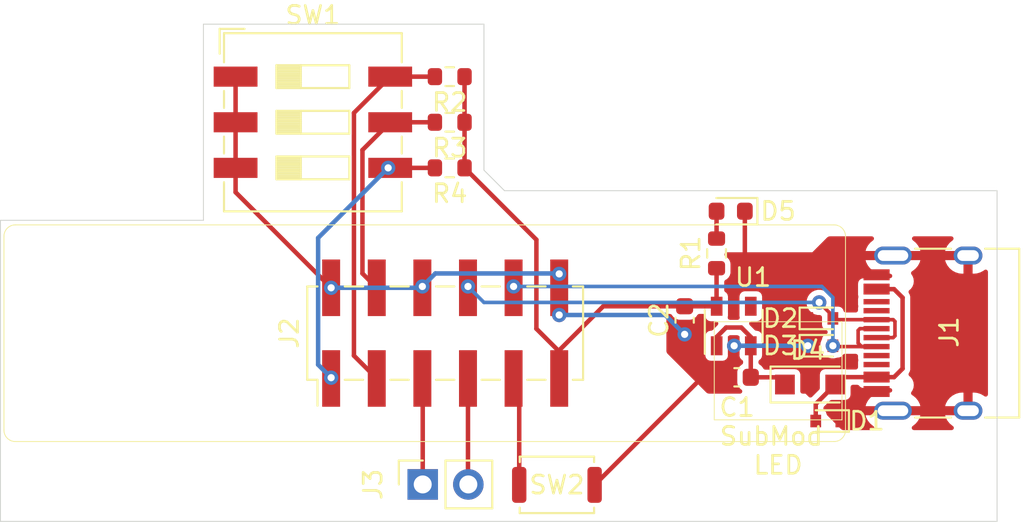
<source format=kicad_pcb>
(kicad_pcb (version 20210228) (generator pcbnew)
  (layers (0 "F.Cu" signal) (31 "B.Cu" signal) (34 "B.Paste" user) (35 "F.Paste" user) (36 "B.SilkS" user "B.Silkscreen") (37 "F.SilkS" user "F.Silkscreen") (38 "B.Mask" user) (39 "F.Mask" user) (44 "Edge.Cuts" user))
  (net 0 "")
  (net 1 "Net-(C1-Pad2)")
  (net 2 "GND")
  (net 3 "+3V3")
  (net 4 "VBUS")
  (net 5 "/D+")
  (net 6 "/D-")
  (net 7 "Net-(D5-Pad2)")
  (net 8 "/RESET")
  (net 9 "/SM_I2C_SCL")
  (net 10 "/SM_I2C_SDA")
  (net 11 "/SEL1")
  (net 12 "/SEL2")
  (net 13 "/SEL3")
  (footprint "Diode_SMD:D_SOD-523" (layer "F.Cu") (at 172.847 100.838 180)
    (fp_text reference "D1" (at -2.155487 0) (layer "F.SilkS"))
    (fp_text value "LESD5D5.0CT1G")
    (fp_line (start -1.15 -0.6) (end -1.15 0.6) (layer "F.SilkS") (width 0.12))
    (fp_line (start 0.7 0.6) (end -1.15 0.6) (layer "F.SilkS") (width 0.12))
    (fp_line (start 0.7 -0.6) (end -1.15 -0.6) (layer "F.SilkS") (width 0.12))
    (pad "1" smd rect (at -0.7 0) (size 0.6 0.7) (layers "F.Cu" "F.Paste" "F.Mask") (net 2 "GND"))
    (pad "2" smd rect (at 0.7 0) (size 0.6 0.7) (layers "F.Cu" "F.Paste" "F.Mask") (net 4 "VBUS"))
  )
  (footprint "Diode_SMD:D_SOD-523" (layer "F.Cu") (at 172.401 96.647)
    (fp_text reference "D3" (at -2.221 0 180) (layer "F.SilkS"))
    (fp_text value "LESD5D5.0CT1G")
    (fp_line (start 0.7 0.6) (end -1.15 0.6) (layer "F.SilkS") (width 0.12))
    (fp_line (start -1.15 -0.6) (end -1.15 0.6) (layer "F.SilkS") (width 0.12))
    (fp_line (start 0.7 -0.6) (end -1.15 -0.6) (layer "F.SilkS") (width 0.12))
    (pad "1" smd rect (at -0.7 0 180) (size 0.6 0.7) (layers "F.Cu" "F.Paste" "F.Mask") (net 2 "GND"))
    (pad "2" smd rect (at 0.7 0 180) (size 0.6 0.7) (layers "F.Cu" "F.Paste" "F.Mask") (net 6 "/D-"))
  )
  (footprint "Connector_USB:USB_C_Receptacle_HRO_TYPE-C-31-M-12" (layer "F.Cu") (at 179.578 95.943987 90)
    (fp_text reference "J1" (at 0.058987 0 90) (layer "F.SilkS"))
    (fp_text value "USB_C_Receptacle_USB2.0")
    (fp_line (start -4.7 2) (end -4.7 3.9) (layer "F.SilkS") (width 0.12))
    (fp_line (start -4.7 -1.9) (end -4.7 0.1) (layer "F.SilkS") (width 0.12))
    (fp_line (start -4.7 3.9) (end 4.7 3.9) (layer "F.SilkS") (width 0.12))
    (fp_line (start 4.7 -1.9) (end 4.7 0.1) (layer "F.SilkS") (width 0.12))
    (fp_line (start 4.7 2) (end 4.7 3.9) (layer "F.SilkS") (width 0.12))
    (pad "" np_thru_hole circle (at -2.89 -2.6 90) (size 0.65 0.65) (drill 0.65) (layers *.Cu *.Mask))
    (pad "" np_thru_hole circle (at 2.89 -2.6 90) (size 0.65 0.65) (drill 0.65) (layers *.Cu *.Mask))
    (pad "A1" smd rect (at -3.25 -4.045 90) (size 0.6 1.45) (layers "F.Cu" "F.Paste" "F.Mask") (net 2 "GND"))
    (pad "A4" smd rect (at -2.45 -4.045 90) (size 0.6 1.45) (layers "F.Cu" "F.Paste" "F.Mask") (net 4 "VBUS"))
    (pad "A5" smd rect (at -1.25 -4.045 90) (size 0.3 1.45) (layers "F.Cu" "F.Paste" "F.Mask"))
    (pad "A6" smd rect (at -0.25 -4.045 90) (size 0.3 1.45) (layers "F.Cu" "F.Paste" "F.Mask") (net 5 "/D+"))
    (pad "A7" smd rect (at 0.25 -4.045 90) (size 0.3 1.45) (layers "F.Cu" "F.Paste" "F.Mask") (net 6 "/D-"))
    (pad "A8" smd rect (at 1.25 -4.045 90) (size 0.3 1.45) (layers "F.Cu" "F.Paste" "F.Mask"))
    (pad "A9" smd rect (at 2.45 -4.045 90) (size 0.6 1.45) (layers "F.Cu" "F.Paste" "F.Mask") (net 4 "VBUS"))
    (pad "A12" smd rect (at 3.25 -4.045 90) (size 0.6 1.45) (layers "F.Cu" "F.Paste" "F.Mask") (net 2 "GND"))
    (pad "B1" smd rect (at 3.25 -4.045 90) (size 0.6 1.45) (layers "F.Cu" "F.Paste" "F.Mask") (net 2 "GND"))
    (pad "B4" smd rect (at 2.45 -4.045 90) (size 0.6 1.45) (layers "F.Cu" "F.Paste" "F.Mask") (net 4 "VBUS"))
    (pad "B5" smd rect (at 1.75 -4.045 90) (size 0.3 1.45) (layers "F.Cu" "F.Paste" "F.Mask"))
    (pad "B6" smd rect (at 0.75 -4.045 90) (size 0.3 1.45) (layers "F.Cu" "F.Paste" "F.Mask") (net 5 "/D+"))
    (pad "B7" smd rect (at -0.75 -4.045 90) (size 0.3 1.45) (layers "F.Cu" "F.Paste" "F.Mask") (net 6 "/D-"))
    (pad "B8" smd rect (at -1.75 -4.045 90) (size 0.3 1.45) (layers "F.Cu" "F.Paste" "F.Mask"))
    (pad "B9" smd rect (at -2.45 -4.045 90) (size 0.6 1.45) (layers "F.Cu" "F.Paste" "F.Mask") (net 4 "VBUS"))
    (pad "B12" smd rect (at -3.25 -4.045 90) (size 0.6 1.45) (layers "F.Cu" "F.Paste" "F.Mask") (net 2 "GND"))
    (pad "S1" thru_hole oval (at 4.32 1.05 90) (size 1 1.6) (drill oval 0.6 1.2) (layers *.Cu *.Mask) (net 2 "GND"))
    (pad "S1" thru_hole oval (at -4.32 -3.13 90) (size 1 2.1) (drill oval 0.6 1.7) (layers *.Cu *.Mask) (net 2 "GND"))
    (pad "S1" thru_hole oval (at 4.32 -3.13 90) (size 1 2.1) (drill oval 0.6 1.7) (layers *.Cu *.Mask) (net 2 "GND"))
    (pad "S1" thru_hole oval (at -4.32 1.05 90) (size 1 1.6) (drill oval 0.6 1.2) (layers *.Cu *.Mask) (net 2 "GND"))
  )
  (footprint "Connector_PinSocket_2.54mm:PinSocket_1x02_P2.54mm_Vertical" (layer "F.Cu") (at 150.261 104.369 90)
    (fp_text reference "J3" (at 0 -2.77 90) (layer "F.SilkS"))
    (fp_text value "I2C example")
    (fp_line (start -1.33 3.87) (end 1.33 3.87) (layer "F.SilkS") (width 0.12))
    (fp_line (start 0 -1.33) (end 1.33 -1.33) (layer "F.SilkS") (width 0.12))
    (fp_line (start -1.33 1.27) (end 1.33 1.27) (layer "F.SilkS") (width 0.12))
    (fp_line (start 1.33 1.27) (end 1.33 3.87) (layer "F.SilkS") (width 0.12))
    (fp_line (start -1.33 1.27) (end -1.33 3.87) (layer "F.SilkS") (width 0.12))
    (fp_line (start 1.33 -1.33) (end 1.33 0) (layer "F.SilkS") (width 0.12))
    (pad "1" thru_hole rect (at 0 0 90) (size 1.7 1.7) (drill 1) (layers *.Cu *.Mask) (net 10 "/SM_I2C_SDA"))
    (pad "2" thru_hole oval (at 0 2.54 90) (size 1.7 1.7) (drill 1) (layers *.Cu *.Mask) (net 9 "/SM_I2C_SCL"))
  )
  (footprint "Connector_PinHeader_2.54mm:PinHeader_2x06_P2.54mm_Vertical_SMD" (layer "F.Cu") (at 151.511 95.943987 90)
    (fp_text reference "J2" (at 0 -8.68 90) (layer "F.SilkS"))
    (fp_text value "SubModule")
    (fp_line (start 2.6 -5.59) (end 2.6 -4.57) (layer "F.SilkS") (width 0.12))
    (fp_line (start 2.6 -0.51) (end 2.6 0.51) (layer "F.SilkS") (width 0.12))
    (fp_line (start -2.6 4.57) (end -2.6 5.59) (layer "F.SilkS") (width 0.12))
    (fp_line (start -2.6 -5.59) (end -2.6 -4.57) (layer "F.SilkS") (width 0.12))
    (fp_line (start -2.6 -0.51) (end -2.6 0.51) (layer "F.SilkS") (width 0.12))
    (fp_line (start 2.6 -7.68) (end 2.6 -7.11) (layer "F.SilkS") (width 0.12))
    (fp_line (start 2.6 -3.05) (end 2.6 -2.03) (layer "F.SilkS") (width 0.12))
    (fp_line (start -2.6 -3.05) (end -2.6 -2.03) (layer "F.SilkS") (width 0.12))
    (fp_line (start -4.04 -7.11) (end -2.6 -7.11) (layer "F.SilkS") (width 0.12))
    (fp_line (start -2.6 7.68) (end 2.6 7.68) (layer "F.SilkS") (width 0.12))
    (fp_line (start 2.6 7.11) (end 2.6 7.68) (layer "F.SilkS") (width 0.12))
    (fp_line (start -2.6 -7.68) (end 2.6 -7.68) (layer "F.SilkS") (width 0.12))
    (fp_line (start -2.6 -7.68) (end -2.6 -7.11) (layer "F.SilkS") (width 0.12))
    (fp_line (start 2.6 4.57) (end 2.6 5.59) (layer "F.SilkS") (width 0.12))
    (fp_line (start -2.6 2.03) (end -2.6 3.05) (layer "F.SilkS") (width 0.12))
    (fp_line (start -2.6 7.11) (end -2.6 7.68) (layer "F.SilkS") (width 0.12))
    (fp_line (start 2.6 2.03) (end 2.6 3.05) (layer "F.SilkS") (width 0.12))
    (pad "1" smd rect (at -2.525 -6.35 90) (size 3.15 1) (layers "F.Cu" "F.Paste" "F.Mask") (net 13 "/SEL3"))
    (pad "2" smd rect (at 2.525 -6.35 90) (size 3.15 1) (layers "F.Cu" "F.Paste" "F.Mask") (net 2 "GND"))
    (pad "3" smd rect (at -2.525 -3.81 90) (size 3.15 1) (layers "F.Cu" "F.Paste" "F.Mask") (net 11 "/SEL1"))
    (pad "4" smd rect (at 2.525 -3.81 90) (size 3.15 1) (layers "F.Cu" "F.Paste" "F.Mask") (net 12 "/SEL2"))
    (pad "5" smd rect (at -2.525 -1.27 90) (size 3.15 1) (layers "F.Cu" "F.Paste" "F.Mask") (net 10 "/SM_I2C_SDA"))
    (pad "6" smd rect (at 2.525 -1.27 90) (size 3.15 1) (layers "F.Cu" "F.Paste" "F.Mask") (net 2 "GND"))
    (pad "7" smd rect (at -2.525 1.27 90) (size 3.15 1) (layers "F.Cu" "F.Paste" "F.Mask") (net 9 "/SM_I2C_SCL"))
    (pad "8" smd rect (at 2.525 1.27 90) (size 3.15 1) (layers "F.Cu" "F.Paste" "F.Mask") (net 5 "/D+"))
    (pad "9" smd rect (at -2.525 3.81 90) (size 3.15 1) (layers "F.Cu" "F.Paste" "F.Mask") (net 8 "/RESET"))
    (pad "10" smd rect (at 2.525 3.81 90) (size 3.15 1) (layers "F.Cu" "F.Paste" "F.Mask") (net 6 "/D-"))
    (pad "11" smd rect (at -2.525 6.35 90) (size 3.15 1) (layers "F.Cu" "F.Paste" "F.Mask") (net 3 "+3V3"))
    (pad "12" smd rect (at 2.525 6.35 90) (size 3.15 1) (layers "F.Cu" "F.Paste" "F.Mask") (net 2 "GND"))
  )
  (footprint "Resistor_SMD:R_0603_1608Metric" (layer "F.Cu") (at 151.765 81.661 180)
    (fp_text reference "R2" (at 0 -1.43) (layer "F.SilkS"))
    (fp_text value "PullUp")
    (fp_line (start -0.237258 -0.5225) (end 0.237258 -0.5225) (layer "F.SilkS") (width 0.12))
    (fp_line (start -0.237258 0.5225) (end 0.237258 0.5225) (layer "F.SilkS") (width 0.12))
    (pad "1" smd roundrect (at -0.825 0 180) (size 0.8 0.95) (layers "F.Cu" "F.Paste" "F.Mask") (net 3 "+3V3"))
    (pad "2" smd roundrect (at 0.825 0 180) (size 0.8 0.95) (layers "F.Cu" "F.Paste" "F.Mask") (net 11 "/SEL1"))
  )
  (footprint "Resistor_SMD:R_0603_1608Metric" (layer "F.Cu") (at 151.765 86.741 180)
    (fp_text reference "R4" (at 0 -1.43) (layer "F.SilkS"))
    (fp_text value "PullUp")
    (fp_line (start -0.237258 -0.5225) (end 0.237258 -0.5225) (layer "F.SilkS") (width 0.12))
    (fp_line (start -0.237258 0.5225) (end 0.237258 0.5225) (layer "F.SilkS") (width 0.12))
    (pad "1" smd roundrect (at -0.825 0 180) (size 0.8 0.95) (layers "F.Cu" "F.Paste" "F.Mask") (net 3 "+3V3"))
    (pad "2" smd roundrect (at 0.825 0 180) (size 0.8 0.95) (layers "F.Cu" "F.Paste" "F.Mask") (net 13 "/SEL3"))
  )
  (footprint "Capacitor_SMD:C_0603_1608Metric" (layer "F.Cu") (at 164.846 95.222 90)
    (fp_text reference "C2" (at 0 -1.43 90) (layer "F.SilkS"))
    (fp_text value "10uF")
    (fp_line (start -0.14058 -0.51) (end 0.14058 -0.51) (layer "F.SilkS") (width 0.12))
    (fp_line (start -0.14058 0.51) (end 0.14058 0.51) (layer "F.SilkS") (width 0.12))
    (pad "1" smd roundrect (at -0.775 0 90) (size 0.9 0.95) (layers "F.Cu" "F.Paste" "F.Mask") (net 2 "GND"))
    (pad "2" smd roundrect (at 0.775 0 90) (size 0.9 0.95) (layers "F.Cu" "F.Paste" "F.Mask") (net 3 "+3V3"))
  )
  (footprint "Resistor_SMD:R_0603_1608Metric" (layer "F.Cu") (at 166.624 91.503 90)
    (fp_text reference "R1" (at 0 -1.43 90) (layer "F.SilkS"))
    (fp_text value "10K")
    (fp_line (start -0.237258 -0.5225) (end 0.237258 -0.5225) (layer "F.SilkS") (width 0.12))
    (fp_line (start -0.237258 0.5225) (end 0.237258 0.5225) (layer "F.SilkS") (width 0.12))
    (pad "1" smd roundrect (at -0.825 0 90) (size 0.8 0.95) (layers "F.Cu" "F.Paste" "F.Mask") (net 3 "+3V3"))
    (pad "2" smd roundrect (at 0.825 0 90) (size 0.8 0.95) (layers "F.Cu" "F.Paste" "F.Mask") (net 7 "Net-(D5-Pad2)"))
  )
  (footprint "Button_Switch_SMD:SW_Push_SPST_NO_Alps_SKRK" (layer "F.Cu") (at 157.734 104.394)
    (fp_text reference "SW2" (at 0 0) (layer "F.SilkS"))
    (fp_text value "RESET")
    (fp_line (start -2.07 -1.27) (end -2.07 -1.57) (layer "F.SilkS") (width 0.12))
    (fp_line (start 2.07 1.57) (end -2.07 1.57) (layer "F.SilkS") (width 0.12))
    (fp_line (start -2.07 1.57) (end -2.07 1.27) (layer "F.SilkS") (width 0.12))
    (fp_line (start 2.07 1.27) (end 2.07 1.57) (layer "F.SilkS") (width 0.12))
    (fp_line (start 2.07 -1.57) (end 2.07 -1.27) (layer "F.SilkS") (width 0.12))
    (fp_line (start -2.07 -1.57) (end 2.07 -1.57) (layer "F.SilkS") (width 0.12))
    (pad "1" smd roundrect (at -2.1 0) (size 0.8 2) (layers "F.Cu" "F.Paste" "F.Mask") (net 8 "/RESET"))
    (pad "2" smd roundrect (at 2.1 0) (size 0.8 2) (layers "F.Cu" "F.Paste" "F.Mask") (net 2 "GND"))
  )
  (footprint "Package_TO_SOT_SMD:SOT-23-5" (layer "F.Cu") (at 167.579 95.547 90)
    (fp_text reference "U1" (at 2.71 1.077) (layer "F.SilkS"))
    (fp_text value "AP2112K-3.3")
    (fp_line (start 0.9 -1.61) (end -1.55 -1.61) (layer "F.SilkS") (width 0.12))
    (fp_line (start -0.9 1.61) (end 0.9 1.61) (layer "F.SilkS") (width 0.12))
    (pad "1" smd rect (at -1.1 -0.95 90) (size 1.06 0.65) (layers "F.Cu" "F.Paste" "F.Mask") (net 1 "Net-(C1-Pad2)"))
    (pad "2" smd rect (at -1.1 0 90) (size 1.06 0.65) (layers "F.Cu" "F.Paste" "F.Mask") (net 2 "GND"))
    (pad "3" smd rect (at -1.1 0.95 90) (size 1.06 0.65) (layers "F.Cu" "F.Paste" "F.Mask") (net 1 "Net-(C1-Pad2)"))
    (pad "4" smd rect (at 1.1 0.95 90) (size 1.06 0.65) (layers "F.Cu" "F.Paste" "F.Mask"))
    (pad "5" smd rect (at 1.1 -0.95 90) (size 1.06 0.65) (layers "F.Cu" "F.Paste" "F.Mask") (net 3 "+3V3"))
  )
  (footprint "Resistor_SMD:R_0603_1608Metric" (layer "F.Cu") (at 151.765 84.201 180)
    (fp_text reference "R3" (at 0 -1.43) (layer "F.SilkS"))
    (fp_text value "PullUp")
    (fp_line (start -0.237258 -0.5225) (end 0.237258 -0.5225) (layer "F.SilkS") (width 0.12))
    (fp_line (start -0.237258 0.5225) (end 0.237258 0.5225) (layer "F.SilkS") (width 0.12))
    (pad "1" smd roundrect (at -0.825 0 180) (size 0.8 0.95) (layers "F.Cu" "F.Paste" "F.Mask") (net 3 "+3V3"))
    (pad "2" smd roundrect (at 0.825 0 180) (size 0.8 0.95) (layers "F.Cu" "F.Paste" "F.Mask") (net 12 "/SEL2"))
  )
  (footprint "Capacitor_SMD:C_0603_1608Metric" (layer "F.Cu") (at 167.754 98.403013)
    (fp_text reference "C1" (at 0.013 1.672987) (layer "F.SilkS"))
    (fp_text value "10uF")
    (fp_line (start -0.14058 -0.51) (end 0.14058 -0.51) (layer "F.SilkS") (width 0.12))
    (fp_line (start -0.14058 0.51) (end 0.14058 0.51) (layer "F.SilkS") (width 0.12))
    (pad "1" smd roundrect (at -0.775 0) (size 0.9 0.95) (layers "F.Cu" "F.Paste" "F.Mask") (net 2 "GND"))
    (pad "2" smd roundrect (at 0.775 0) (size 0.9 0.95) (layers "F.Cu" "F.Paste" "F.Mask") (net 1 "Net-(C1-Pad2)"))
  )
  (footprint "Diode_SMD:D_SOD-523" (layer "F.Cu") (at 172.401 95.123)
    (fp_text reference "D2" (at -2.221 0) (layer "F.SilkS"))
    (fp_text value "LESD5D5.0CT1G")
    (fp_line (start 0.7 0.6) (end -1.15 0.6) (layer "F.SilkS") (width 0.12))
    (fp_line (start 0.7 -0.6) (end -1.15 -0.6) (layer "F.SilkS") (width 0.12))
    (fp_line (start -1.15 -0.6) (end -1.15 0.6) (layer "F.SilkS") (width 0.12))
    (pad "1" smd rect (at -0.7 0 180) (size 0.6 0.7) (layers "F.Cu" "F.Paste" "F.Mask") (net 2 "GND"))
    (pad "2" smd rect (at 0.7 0 180) (size 0.6 0.7) (layers "F.Cu" "F.Paste" "F.Mask") (net 5 "/D+"))
  )
  (footprint "LED_SMD:LED_0603_1608Metric" (layer "F.Cu") (at 167.4115 89.154 180)
    (fp_text reference "D5" (at -2.6415 0) (layer "F.SilkS"))
    (fp_text value "PWR_LED")
    (fp_line (start -1.485 -0.735) (end -1.485 0.735) (layer "F.SilkS") (width 0.12))
    (fp_line (start 0.8 -0.735) (end -1.485 -0.735) (layer "F.SilkS") (width 0.12))
    (fp_line (start -1.485 0.735) (end 0.8 0.735) (layer "F.SilkS") (width 0.12))
    (pad "1" smd roundrect (at -0.7875 0 180) (size 0.875 0.95) (layers "F.Cu" "F.Paste" "F.Mask") (net 2 "GND"))
    (pad "2" smd roundrect (at 0.7875 0 180) (size 0.875 0.95) (layers "F.Cu" "F.Paste" "F.Mask") (net 7 "Net-(D5-Pad2)"))
  )
  (footprint "Diode_SMD:D_SOD-123F" (layer "F.Cu") (at 171.831 98.806)
    (fp_text reference "D4" (at -0.127 -1.905) (layer "F.SilkS"))
    (fp_text value "1N5819HW-7-F")
    (fp_line (start -2.2 -1) (end -2.2 1) (layer "F.SilkS") (width 0.12))
    (fp_line (start -2.2 -1) (end 1.65 -1) (layer "F.SilkS") (width 0.12))
    (fp_line (start -2.2 1) (end 1.65 1) (layer "F.SilkS") (width 0.12))
    (pad "1" smd rect (at -1.4 0) (size 1.1 1.1) (layers "F.Cu" "F.Paste" "F.Mask") (net 1 "Net-(C1-Pad2)"))
    (pad "2" smd rect (at 1.4 0) (size 1.1 1.1) (layers "F.Cu" "F.Paste" "F.Mask") (net 4 "VBUS"))
  )
  (footprint "Button_Switch_SMD:SW_DIP_SPSTx03_Slide_9.78x9.8mm_W8.61mm_P2.54mm" (layer "F.Cu") (at 144.145 84.201)
    (fp_text reference "SW1" (at 0 -5.96) (layer "F.SilkS"))
    (fp_text value "SEL_SEL")
    (fp_line (start -2.03 0.445) (end -0.676667 0.445) (layer "F.SilkS") (width 0.12))
    (fp_line (start -4.95 3.34) (end -4.95 4.96) (layer "F.SilkS") (width 0.12))
    (fp_line (start -2.03 -0.395) (end -0.676667 -0.395) (layer "F.SilkS") (width 0.12))
    (fp_line (start 4.95 0.8) (end 4.95 1.74) (layer "F.SilkS") (width 0.12))
    (fp_line (start 2.03 0.635) (end 2.03 -0.635) (layer "F.SilkS") (width 0.12))
    (fp_line (start -2.03 -2.335) (end -0.676667 -2.335) (layer "F.SilkS") (width 0.12))
    (fp_line (start -2.03 -2.695) (end -0.676667 -2.695) (layer "F.SilkS") (width 0.12))
    (fp_line (start -2.03 3.105) (end -0.676667 3.105) (layer "F.SilkS") (width 0.12))
    (fp_line (start -4.95 0.8) (end -4.95 1.74) (layer "F.SilkS") (width 0.12))
    (fp_line (start -0.676667 -0.635) (end -0.676667 0.635) (layer "F.SilkS") (width 0.12))
    (fp_line (start -2.03 2.745) (end -0.676667 2.745) (layer "F.SilkS") (width 0.12))
    (fp_line (start -2.03 1.905) (end -2.03 3.175) (layer "F.SilkS") (width 0.12))
    (fp_line (start 2.03 -0.635) (end -2.03 -0.635) (layer "F.SilkS") (width 0.12))
    (fp_line (start -2.03 3.175) (end 2.03 3.175) (layer "F.SilkS") (width 0.12))
    (fp_line (start -2.03 -2.815) (end -0.676667 -2.815) (layer "F.SilkS") (width 0.12))
    (fp_line (start 2.03 -3.175) (end -2.03 -3.175) (layer "F.SilkS") (width 0.12))
    (fp_line (start 4.95 -1.74) (end 4.95 -0.8) (layer "F.SilkS") (width 0.12))
    (fp_line (start -2.03 -1.975) (end -0.676667 -1.975) (layer "F.SilkS") (width 0.12))
    (fp_line (start -2.03 -0.515) (end -0.676667 -0.515) (layer "F.SilkS") (width 0.12))
    (fp_line (start -2.03 -0.275) (end -0.676667 -0.275) (layer "F.SilkS") (width 0.12))
    (fp_line (start -2.03 2.145) (end -0.676667 2.145) (layer "F.SilkS") (width 0.12))
    (fp_line (start -2.03 2.385) (end -0.676667 2.385) (layer "F.SilkS") (width 0.12))
    (fp_line (start -2.03 0.325) (end -0.676667 0.325) (layer "F.SilkS") (width 0.12))
    (fp_line (start -4.95 4.96) (end 4.95 4.96) (layer "F.SilkS") (width 0.12))
    (fp_line (start -2.03 -3.055) (end -0.676667 -3.055) (layer "F.SilkS") (width 0.12))
    (fp_line (start 2.03 3.175) (end 2.03 1.905) (layer "F.SilkS") (width 0.12))
    (fp_line (start -2.03 2.265) (end -0.676667 2.265) (layer "F.SilkS") (width 0.12))
    (fp_line (start -2.03 -0.635) (end -2.03 0.635) (layer "F.SilkS") (width 0.12))
    (fp_line (start -2.03 2.985) (end -0.676667 2.985) (layer "F.SilkS") (width 0.12))
    (fp_line (start -0.676667 1.905) (end -0.676667 3.175) (layer "F.SilkS") (width 0.12))
    (fp_line (start -2.03 -0.155) (end -0.676667 -0.155) (layer "F.SilkS") (width 0.12))
    (fp_line (start -2.03 2.865) (end -0.676667 2.865) (layer "F.SilkS") (width 0.12))
    (fp_line (start -4.95 -1.74) (end -4.95 -0.8) (layer "F.SilkS") (width 0.12))
    (fp_line (start -2.03 -2.095) (end -0.676667 -2.095) (layer "F.SilkS") (width 0.12))
    (fp_line (start -2.03 2.505) (end -0.676667 2.505) (layer "F.SilkS") (width 0.12))
    (fp_line (start -4.95 -4.96) (end -4.95 -3.34) (layer "F.SilkS") (width 0.12))
    (fp_line (start -0.676667 -3.175) (end -0.676667 -1.905) (layer "F.SilkS") (width 0.12))
    (fp_line (start -2.03 2.025) (end -0.676667 2.025) (layer "F.SilkS") (width 0.12))
    (fp_line (start -2.03 -0.035) (end -0.676667 -0.035) (layer "F.SilkS") (width 0.12))
    (fp_line (start 2.03 -1.905) (end 2.03 -3.175) (layer "F.SilkS") (width 0.12))
    (fp_line (start 4.95 3.34) (end 4.95 4.96) (layer "F.SilkS") (width 0.12))
    (fp_line (start -2.03 0.085) (end -0.676667 0.085) (layer "F.SilkS") (width 0.12))
    (fp_line (start -2.03 -2.455) (end -0.676667 -2.455) (layer "F.SilkS") (width 0.12))
    (fp_line (start -4.95 -4.96) (end 4.95 -4.96) (layer "F.SilkS") (width 0.12))
    (fp_line (start -2.03 -2.215) (end -0.676667 -2.215) (layer "F.SilkS") (width 0.12))
    (fp_line (start -2.03 0.205) (end -0.676667 0.205) (layer "F.SilkS") (width 0.12))
    (fp_line (start -5.19 -5.2) (end -5.19 -3.817) (layer "F.SilkS") (width 0.12))
    (fp_line (start -2.03 -3.175) (end -2.03 -1.905) (layer "F.SilkS") (width 0.12))
    (fp_line (start -2.03 -1.905) (end 2.03 -1.905) (layer "F.SilkS") (width 0.12))
    (fp_line (start -2.03 0.635) (end 2.03 0.635) (layer "F.SilkS") (width 0.12))
    (fp_line (start -2.03 2.625) (end -0.676667 2.625) (layer "F.SilkS") (width 0.12))
    (fp_line (start 4.95 -4.96) (end 4.95 -3.34) (layer "F.SilkS") (width 0.12))
    (fp_line (start -2.03 -2.935) (end -0.676667 -2.935) (layer "F.SilkS") (width 0.12))
    (fp_line (start -2.03 0.565) (end -0.676667 0.565) (layer "F.SilkS") (width 0.12))
    (fp_line (start -2.03 -2.575) (end -0.676667 -2.575) (layer "F.SilkS") (width 0.12))
    (fp_line (start 2.03 1.905) (end -2.03 1.905) (layer "F.SilkS") (width 0.12))
    (fp_line (start -5.19 -5.2) (end -3.806 -5.2) (layer "F.SilkS") (width 0.12))
    (pad "1" smd rect (at -4.305 -2.54) (size 2.44 1.12) (layers "F.Cu" "F.Paste" "F.Mask") (net 2 "GND"))
    (pad "2" smd rect (at -4.305 0) (size 2.44 1.12) (layers "F.Cu" "F.Paste" "F.Mask") (net 2 "GND"))
    (pad "3" smd rect (at -4.305 2.54) (size 2.44 1.12) (layers "F.Cu" "F.Paste" "F.Mask") (net 2 "GND"))
    (pad "4" smd rect (at 4.305 2.54) (size 2.44 1.12) (layers "F.Cu" "F.Paste" "F.Mask") (net 13 "/SEL3"))
    (pad "5" smd rect (at 4.305 0) (size 2.44 1.12) (layers "F.Cu" "F.Paste" "F.Mask") (net 12 "/SEL2"))
    (pad "6" smd rect (at 4.305 -2.54) (size 2.44 1.12) (layers "F.Cu" "F.Paste" "F.Mask") (net 11 "/SEL1"))
  )
  (gr_arc (start 173.169016 101.346) (end 173.169013 101.981) (angle -90) (layer "F.SilkS") (width 0.05))
  (gr_arc (start 127.576013 101.346003) (end 126.941013 101.346) (angle -90) (layer "F.SilkS") (width 0.05))
  (gr_arc (start 127.57601 90.551) (end 127.576013 89.916) (angle -90) (layer "F.SilkS") (width 0.05))
  (gr_line (start 173.609 95.308987) (end 166.497 95.308987) (layer "F.SilkS") (width 0.05))
  (gr_line (start 166.497 100.769987) (end 173.609 100.769987) (layer "F.SilkS") (width 0.05))
  (gr_line (start 173.804013 90.551) (end 173.804013 101.346) (layer "F.SilkS") (width 0.05))
  (gr_line (start 166.497 95.308987) (end 166.497 100.769987) (layer "F.SilkS") (width 0.05))
  (gr_arc (start 173.169013 90.550997) (end 173.804013 90.551) (angle -90) (layer "F.SilkS") (width 0.05))
  (gr_line (start 173.169013 101.981) (end 127.576013 101.981) (layer "F.SilkS") (width 0.05))
  (gr_line (start 126.941013 101.346) (end 126.941013 90.551) (layer "F.SilkS") (width 0.05))
  (gr_line (start 127.576013 89.916) (end 173.169013 89.916) (layer "F.SilkS") (width 0.05))
  (gr_line (start 173.609 100.769987) (end 173.609 95.308987) (layer "F.SilkS") (width 0.05))
  (gr_line (start 153.67 78.74) (end 153.67 86.868) (layer "Edge.Cuts") (width 0.05))
  (gr_line (start 182.245 88.011) (end 154.813 88.011) (layer "Edge.Cuts") (width 0.05))
  (gr_line (start 182.245 106.426) (end 126.746 106.426) (layer "Edge.Cuts") (width 0.05))
  (gr_line (start 138.049 89.662) (end 138.049 78.74) (layer "Edge.Cuts") (width 0.05))
  (gr_line (start 126.746 106.426) (end 126.746 89.662) (layer "Edge.Cuts") (width 0.05))
  (gr_line (start 182.245 106.426) (end 182.245 88.011) (layer "Edge.Cuts") (width 0.05))
  (gr_line (start 138.049 78.74) (end 153.67 78.74) (layer "Edge.Cuts") (width 0.05))
  (gr_line (start 126.746 89.662) (end 138.049 89.662) (layer "Edge.Cuts") (width 0.05))
  (gr_line (start 153.67 86.868) (end 154.813 88.011) (layer "Edge.Cuts") (width 0.05))
  (gr_text "SubMod \nLED" (at 170.053 102.489) (layer "F.SilkS") (effects (font (size 1 1))))
  (segment (start 168.00302 95.631) (end 167.15498 95.631) (width 0.25) (layer "F.Cu") (net 1))
  (segment (start 168.529 98.403013) (end 168.529 96.647) (width 0.25) (layer "F.Cu") (net 1))
  (segment (start 167.15498 95.631) (end 166.629 96.15698) (width 0.25) (layer "F.Cu") (net 1))
  (segment (start 166.629 96.15698) (end 166.629 96.647) (width 0.25) (layer "F.Cu") (net 1))
  (segment (start 168.529 98.403013) (end 170.028013 98.403013) (width 0.25) (layer "F.Cu") (net 1))
  (segment (start 168.529 96.15698) (end 168.00302 95.631) (width 0.25) (layer "F.Cu") (net 1))
  (segment (start 168.529 96.647) (end 168.529 96.15698) (width 0.25) (layer "F.Cu") (net 1))
  (segment (start 170.028013 98.403013) (end 170.431 98.806) (width 0.25) (layer "F.Cu") (net 1))
  (segment (start 165.824987 98.403013) (end 159.834 104.394) (width 0.25) (layer "F.Cu") (net 2))
  (segment (start 157.861 93.418987) (end 157.861 94.934) (width 0.25) (layer "F.Cu") (net 2))
  (segment (start 166.979 98.403013) (end 165.824987 98.403013) (width 0.25) (layer "F.Cu") (net 2))
  (segment (start 168.199 89.154) (end 168.199 91.618) (width 0.25) (layer "F.Cu") (net 2))
  (segment (start 164.846 96.012) (end 164.846 95.997) (width 0.25) (layer "F.Cu") (net 2))
  (segment (start 139.84 84.201) (end 139.84 86.741) (width 0.25) (layer "F.Cu") (net 2))
  (segment (start 139.84 81.661) (end 139.84 84.201) (width 0.25) (layer "F.Cu") (net 2))
  (segment (start 157.861 92.645) (end 157.861 93.418987) (width 0.25) (layer "F.Cu") (net 2))
  (segment (start 167.579 96.647) (end 167.603998 96.647) (width 0.25) (layer "F.Cu") (net 2))
  (segment (start 150.241 93.345) (end 150.241 93.418987) (width 0.25) (layer "F.Cu") (net 2))
  (segment (start 139.84 86.741) (end 139.84 88.097987) (width 0.25) (layer "F.Cu") (net 2))
  (segment (start 139.84 88.097987) (end 145.161 93.418987) (width 0.25) (layer "F.Cu") (net 2))
  (via (at 157.861 94.934) (size 0.8) (drill 0.4) (layers "F.Cu" "B.Cu") (net 2))
  (via (at 157.861 92.645) (size 0.8) (drill 0.4) (layers "F.Cu" "B.Cu") (net 2))
  (via (at 145.161 93.418987) (size 0.8) (drill 0.4) (layers "F.Cu" "B.Cu") (net 2))
  (via (at 171.704 96.647) (size 0.8) (drill 0.4) (layers "F.Cu" "B.Cu") (net 2))
  (via (at 150.241 93.345) (size 0.8) (drill 0.4) (layers "F.Cu" "B.Cu") (net 2))
  (via (at 167.603998 96.647) (size 0.8) (drill 0.4) (layers "F.Cu" "B.Cu") (net 2))
  (via (at 164.846 96.012) (size 0.8) (drill 0.4) (layers "F.Cu" "B.Cu") (net 2))
  (segment (start 157.861 94.934) (end 163.768 94.934) (width 0.25) (layer "B.Cu") (net 2))
  (segment (start 145.161 93.418987) (end 150.167013 93.418987) (width 0.25) (layer "B.Cu") (net 2))
  (segment (start 150.241 93.345) (end 150.966011 92.619989) (width 0.25) (layer "B.Cu") (net 2))
  (segment (start 163.768 94.934) (end 164.846 96.012) (width 0.25) (layer "B.Cu") (net 2))
  (segment (start 157.835989 92.619989) (end 157.861 92.645) (width 0.25) (layer "B.Cu") (net 2))
  (segment (start 150.966011 92.619989) (end 157.835989 92.619989) (width 0.25) (layer "B.Cu") (net 2))
  (segment (start 167.603998 96.647) (end 171.704 96.647) (width 0.25) (layer "B.Cu") (net 2))
  (segment (start 150.167013 93.418987) (end 150.241 93.345) (width 0.25) (layer "B.Cu") (net 2))
  (segment (start 157.861 96.901) (end 157.861 98.468987) (width 0.25) (layer "F.Cu") (net 3))
  (segment (start 160.315 94.447) (end 157.861 96.901) (width 0.25) (layer "F.Cu") (net 3))
  (segment (start 164.846 94.447) (end 160.315 94.447) (width 0.25) (layer "F.Cu") (net 3))
  (segment (start 166.624 92.328) (end 166.624 94.442) (width 0.25) (layer "F.Cu") (net 3))
  (segment (start 156.591 95.698985) (end 156.591 90.742) (width 0.25) (layer "F.Cu") (net 3))
  (segment (start 166.624 94.442) (end 166.629 94.447) (width 0.25) (layer "F.Cu") (net 3))
  (segment (start 152.59 81.661) (end 152.59 84.201) (width 0.25) (layer "F.Cu") (net 3))
  (segment (start 152.59 84.201) (end 152.59 86.741) (width 0.25) (layer "F.Cu") (net 3))
  (segment (start 166.629 94.447) (end 164.846 94.447) (width 0.25) (layer "F.Cu") (net 3))
  (segment (start 156.591 90.742) (end 152.59 86.741) (width 0.25) (layer "F.Cu") (net 3))
  (segment (start 157.861 98.468987) (end 157.861 96.968985) (width 0.25) (layer "F.Cu") (net 3))
  (segment (start 157.861 96.968985) (end 156.591 95.698985) (width 0.25) (layer "F.Cu") (net 3))
  (segment (start 176.983031 97.918956) (end 176.508 98.393987) (width 0.25) (layer "F.Cu") (net 4))
  (segment (start 172.147 100.838) (end 172.147 99.89) (width 0.25) (layer "F.Cu") (net 4))
  (segment (start 176.983031 93.969018) (end 176.983031 97.918956) (width 0.25) (layer "F.Cu") (net 4))
  (segment (start 176.508 93.493987) (end 176.983031 93.969018) (width 0.25) (layer "F.Cu") (net 4))
  (segment (start 173.231 98.806) (end 173.643013 98.393987) (width 0.25) (layer "F.Cu") (net 4))
  (segment (start 175.533 93.493987) (end 176.508 93.493987) (width 0.25) (layer "F.Cu") (net 4))
  (segment (start 172.147 99.89) (end 173.231 98.806) (width 0.25) (layer "F.Cu") (net 4))
  (segment (start 173.643013 98.393987) (end 175.533 98.393987) (width 0.25) (layer "F.Cu") (net 4))
  (segment (start 176.508 98.393987) (end 175.533 98.393987) (width 0.25) (layer "F.Cu") (net 4))
  (segment (start 176.458 95.193987) (end 176.558011 95.293998) (width 0.2) (layer "F.Cu") (net 5))
  (segment (start 173.101 95.123) (end 173.171987 95.193987) (width 0.2) (layer "F.Cu") (net 5))
  (segment (start 175.533 95.193987) (end 176.458 95.193987) (width 0.2) (layer "F.Cu") (net 5))
  (segment (start 176.458 96.193987) (end 175.533 96.193987) (width 0.2) (layer "F.Cu") (net 5))
  (segment (start 152.781 93.345) (end 152.781 93.418987) (width 0.2) (layer "F.Cu") (net 5))
  (segment (start 173.171987 95.193987) (end 175.533 95.193987) (width 0.2) (layer "F.Cu") (net 5))
  (segment (start 173.101 94.996) (end 172.339 94.234) (width 0.2) (layer "F.Cu") (net 5))
  (segment (start 176.558011 95.293998) (end 176.558011 96.093976) (width 0.2) (layer "F.Cu") (net 5))
  (segment (start 176.558011 96.093976) (end 176.458 96.193987) (width 0.2) (layer "F.Cu") (net 5))
  (segment (start 173.101 95.123) (end 173.101 94.996) (width 0.2) (layer "F.Cu") (net 5))
  (via (at 172.339 94.234) (size 0.8) (drill 0.4) (layers "F.Cu" "B.Cu") (net 5))
  (via (at 152.781 93.345) (size 0.8) (drill 0.4) (layers "F.Cu" "B.Cu") (net 5))
  (segment (start 153.67 94.234) (end 152.781 93.345) (width 0.2) (layer "B.Cu") (net 5))
  (segment (start 172.339 94.234) (end 153.67 94.234) (width 0.2) (layer "B.Cu") (net 5))
  (segment (start 174.507989 95.793998) (end 174.507989 96.499965) (width 0.2) (layer "F.Cu") (net 6))
  (segment (start 155.321 93.345) (end 155.321 93.418987) (width 0.2) (layer "F.Cu") (net 6))
  (segment (start 175.486013 96.647) (end 175.533 96.693987) (width 0.2) (layer "F.Cu") (net 6))
  (segment (start 175.533 96.693987) (end 173.147987 96.693987) (width 0.2) (layer "F.Cu") (net 6))
  (segment (start 174.507989 96.499965) (end 174.702011 96.693987) (width 0.2) (layer "F.Cu") (net 6))
  (segment (start 174.702011 96.693987) (end 175.533 96.693987) (width 0.2) (layer "F.Cu") (net 6))
  (segment (start 175.533 95.693987) (end 174.608 95.693987) (width 0.2) (layer "F.Cu") (net 6))
  (segment (start 173.147987 96.693987) (end 173.101 96.647) (width 0.2) (layer "F.Cu") (net 6))
  (segment (start 174.608 95.693987) (end 174.507989 95.793998) (width 0.2) (layer "F.Cu") (net 6))
  (via (at 155.321 93.345) (size 0.8) (drill 0.4) (layers "F.Cu" "B.Cu") (net 6))
  (via (at 173.101 96.647) (size 0.8) (drill 0.4) (layers "F.Cu" "B.Cu") (net 6))
  (segment (start 172.613017 93.472) (end 172.486017 93.345) (width 0.2) (layer "B.Cu") (net 6))
  (segment (start 173.101 96.647) (end 173.101 93.959983) (width 0.2) (layer "B.Cu") (net 6))
  (segment (start 173.101 93.959983) (end 172.613017 93.472) (width 0.2) (layer "B.Cu") (net 6))
  (segment (start 172.486017 93.345) (end 155.321 93.345) (width 0.2) (layer "B.Cu") (net 6))
  (segment (start 166.624 90.678) (end 166.624 89.154) (width 0.25) (layer "F.Cu") (net 7))
  (segment (start 155.634 98.781987) (end 155.321 98.468987) (width 0.25) (layer "F.Cu") (net 8))
  (segment (start 155.634 104.394) (end 155.634 98.781987) (width 0.25) (layer "F.Cu") (net 8))
  (segment (start 152.781 104.349) (end 152.801 104.369) (width 0.25) (layer "F.Cu") (net 9))
  (segment (start 152.781 98.468987) (end 152.781 104.349) (width 0.25) (layer "F.Cu") (net 9))
  (segment (start 150.261 104.369) (end 150.261 98.488987) (width 0.25) (layer "F.Cu") (net 10))
  (segment (start 150.261 98.488987) (end 150.241 98.468987) (width 0.25) (layer "F.Cu") (net 10))
  (segment (start 147.701 98.468987) (end 146.431 97.198987) (width 0.25) (layer "F.Cu") (net 11))
  (segment (start 146.431 97.198987) (end 146.431 83.68) (width 0.25) (layer "F.Cu") (net 11))
  (segment (start 146.431 83.68) (end 148.45 81.661) (width 0.25) (layer "F.Cu") (net 11))
  (segment (start 150.94 81.661) (end 148.45 81.661) (width 0.25) (layer "F.Cu") (net 11))
  (segment (start 146.904989 92.622976) (end 146.904989 85.746011) (width 0.25) (layer "F.Cu") (net 12))
  (segment (start 146.904989 85.746011) (end 148.45 84.201) (width 0.25) (layer "F.Cu") (net 12))
  (segment (start 147.701 93.418987) (end 146.904989 92.622976) (width 0.25) (layer "F.Cu") (net 12))
  (segment (start 150.94 84.201) (end 148.45 84.201) (width 0.25) (layer "F.Cu") (net 12))
  (segment (start 148.336 86.741) (end 148.45 86.741) (width 0.25) (layer "F.Cu") (net 13))
  (segment (start 150.94 86.741) (end 148.45 86.741) (width 0.25) (layer "F.Cu") (net 13))
  (segment (start 145.161 98.468987) (end 145.161 98.425) (width 0.25) (layer "F.Cu") (net 13))
  (via (at 148.336 86.741) (size 0.8) (drill 0.4) (layers "F.Cu" "B.Cu") (net 13))
  (via (at 145.161 98.425) (size 0.8) (drill 0.4) (layers "F.Cu" "B.Cu") (net 13))
  (segment (start 144.435989 97.699989) (end 144.435989 90.641011) (width 0.25) (layer "B.Cu") (net 13))
  (segment (start 144.435989 90.641011) (end 148.336 86.741) (width 0.25) (layer "B.Cu") (net 13))
  (segment (start 145.161 98.425) (end 144.435989 97.699989) (width 0.25) (layer "B.Cu") (net 13))
  (zone (net 2) (net_name "GND") (layer "F.Cu") (connect_pads thru_hole_only (clearance 0.3)) (min_thickness 0.254) (fill yes (thermal_gap 0.508) (thermal_bridge_width 0.508) (smoothing fillet) (radius 0.2))
    (polygon (pts (xy 181.737 90.551) (xy 181.737 101.346) (xy 173.609 101.346) (xy 171.577 99.314) (xy 166.116 99.314) (xy 163.83 97.028) (xy 163.83 93.726) (xy 166.116 91.44) (xy 171.958 91.44) (xy 172.847 90.551)))
  )
)
</source>
